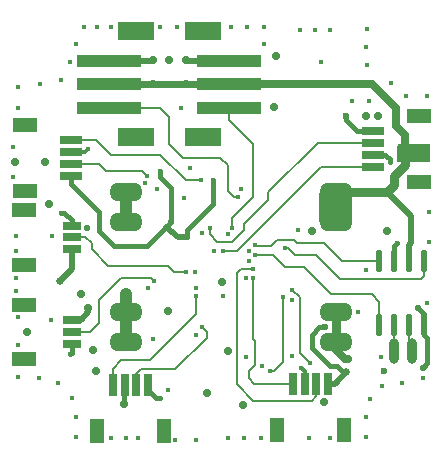
<source format=gbl>
G04 Layer: BottomLayer*
G04 EasyEDA v6.5.40, 2024-02-08 20:30:12*
G04 8a8f0ff451d84adea016c743fcc8db9f,2e16165ee3bb4678bfb3015e44e098b9,10*
G04 Gerber Generator version 0.2*
G04 Scale: 100 percent, Rotated: No, Reflected: No *
G04 Dimensions in millimeters *
G04 leading zeros omitted , absolute positions ,4 integer and 5 decimal *
%FSLAX45Y45*%
%MOMM*%

%AMMACRO1*21,1,$1,$2,0,0,$3*%
%ADD10C,0.2000*%
%ADD11C,0.4000*%
%ADD12C,0.8000*%
%ADD13C,0.7000*%
%ADD14C,0.7500*%
%ADD15C,1.0000*%
%ADD16C,0.5000*%
%ADD17C,0.3500*%
%ADD18C,0.6000*%
%ADD19C,0.3000*%
%ADD20MACRO1,1X5.5X90.0000*%
%ADD21MACRO1,1.6X3X90.0000*%
%ADD22MACRO1,1X5.5X-90.0000*%
%ADD23MACRO1,1.6X3X-90.0000*%
%ADD24MACRO1,1.2X2X90.0000*%
%ADD25MACRO1,0.6X1.6X90.0000*%
%ADD26MACRO1,0.7X1.8X90.0000*%
%ADD27MACRO1,0.7X1.8X-90.0000*%
%ADD28MACRO1,1.2X2X-90.0000*%
%ADD29MACRO1,0.7X1.8X0.0000*%
%ADD30MACRO1,1.2X2X0.0000*%
%ADD31O,0.7999984X2.1999956000000003*%
%ADD32O,0.5684012X1.950212*%
%ADD33O,2.7999944X1.5999968*%
%ADD34C,0.4500*%
%ADD35C,0.5500*%
%ADD36C,0.7000*%
%ADD37C,0.6500*%
%ADD38C,0.0133*%

%LPD*%
G36*
X3312160Y2413000D02*
G01*
X3308248Y2413762D01*
X3304997Y2415997D01*
X3302762Y2419248D01*
X3302000Y2423160D01*
X3302000Y2555240D01*
X3302762Y2559151D01*
X3304997Y2562402D01*
X3308248Y2564638D01*
X3312160Y2565400D01*
X3571240Y2565400D01*
X3575151Y2564638D01*
X3578402Y2562402D01*
X3580637Y2559151D01*
X3581400Y2555240D01*
X3581400Y2423160D01*
X3580637Y2419248D01*
X3578402Y2415997D01*
X3575151Y2413762D01*
X3571240Y2413000D01*
G37*

%LPD*%
G36*
X2722016Y1828800D02*
G01*
X2718104Y1829562D01*
X2714802Y1831797D01*
X2644597Y1902002D01*
X2642362Y1905304D01*
X2641600Y1909216D01*
X2641600Y2154783D01*
X2642362Y2158695D01*
X2644597Y2161997D01*
X2714802Y2232202D01*
X2718104Y2234438D01*
X2722016Y2235200D01*
X2853283Y2235200D01*
X2857195Y2234438D01*
X2860497Y2232202D01*
X2918002Y2174697D01*
X2920238Y2171395D01*
X2921000Y2167483D01*
X2921000Y1909216D01*
X2920238Y1905304D01*
X2918002Y1902002D01*
X2847797Y1831797D01*
X2844495Y1829562D01*
X2840583Y1828800D01*
G37*

%LPD*%
D10*
X1714500Y1854200D02*
G01*
X1714500Y1803400D01*
X1778000Y1739900D01*
X1905000Y1739900D01*
X2006600Y1841500D01*
X2006600Y1892300D01*
X2209800Y2095500D01*
X2209800Y2159000D01*
X2628138Y2577337D01*
X3094227Y2577337D01*
X1638300Y2260600D02*
G01*
X1511300Y2260600D01*
X1295400Y2476500D01*
X876300Y2476500D01*
X751588Y2601211D01*
X537969Y2601211D01*
X1511300Y1485900D02*
G01*
X1409700Y1485900D01*
X1358900Y1536700D01*
X850900Y1536700D01*
X712470Y1675129D01*
X712470Y1725929D01*
X660400Y1778000D01*
X542797Y1778000D01*
D11*
X457200Y1981200D02*
G01*
X482600Y1981200D01*
X542797Y1921002D01*
X542797Y1878076D01*
X3276600Y1578610D02*
G01*
X3276600Y1701800D01*
X3302000Y1727200D01*
D12*
X2781300Y2159000D02*
G01*
X3213100Y2159000D01*
X3276600Y2222500D01*
X3276600Y2298700D01*
X3365500Y2387600D01*
X3365500Y2489200D01*
D13*
X2781300Y889000D02*
G01*
X2781300Y825500D01*
X2857500Y749300D01*
X2882900Y749300D01*
D14*
X2781300Y1143000D02*
G01*
X2781300Y889000D01*
D15*
X1003300Y1295400D02*
G01*
X1003300Y1143000D01*
X1003300Y1143000D02*
G01*
X1003300Y889000D01*
X1003300Y2159000D02*
G01*
X1003300Y1905000D01*
D11*
X537969Y2300988D02*
G01*
X537969Y2230630D01*
X774700Y1993900D01*
X774700Y1828800D01*
X901700Y1701800D01*
X1181100Y1701800D01*
X1384300Y1905000D01*
D16*
X1524000Y1778000D02*
G01*
X1447800Y1778000D01*
X1345184Y1865884D01*
D11*
X2870200Y635000D02*
G01*
X2844800Y635000D01*
X2794000Y685800D01*
X2730500Y685800D01*
X2578100Y838200D01*
X2578100Y952500D01*
X2641600Y1016000D01*
X2692400Y1016000D01*
D16*
X444500Y1409700D02*
G01*
X542899Y1508099D01*
X542899Y1678000D01*
D17*
X685800Y2527300D02*
G01*
X659587Y2501087D01*
X537895Y2501087D01*
D10*
X1955800Y2120900D02*
G01*
X1917700Y2120900D01*
X1866900Y2171700D01*
X1866900Y2387600D01*
X1803400Y2451100D01*
X1485900Y2451100D01*
X1371600Y2565400D01*
X1371600Y2794000D01*
X1292100Y2873499D01*
X863600Y2873499D01*
D11*
X1384300Y1905000D02*
G01*
X1384300Y2070100D01*
X1384300Y2197100D01*
X1295400Y2286000D01*
X1295400Y2336800D01*
D10*
X1244600Y1409700D02*
G01*
X1219200Y1435100D01*
X965200Y1435100D01*
X774700Y1244600D01*
X774700Y1054100D01*
X698500Y977900D01*
X542797Y977900D01*
D11*
X533400Y787400D02*
G01*
X542899Y796899D01*
X542899Y877900D01*
D10*
X2082800Y1435100D02*
G01*
X2082800Y914400D01*
X2095500Y901700D01*
X2095500Y698500D01*
X2044700Y647700D01*
X2044700Y584200D01*
X2090927Y537971D01*
X2415540Y537971D01*
X2095500Y1625600D02*
G01*
X2247900Y1625600D01*
X2349500Y1524000D01*
X2514600Y1524000D01*
X2743200Y1295400D01*
X3086100Y1295400D01*
X3149600Y1231900D01*
X3149600Y1037589D01*
X2349500Y1689100D02*
G01*
X2374900Y1689100D01*
X2438400Y1625600D01*
X2616200Y1625600D01*
X2819400Y1422400D01*
X3505200Y1422400D01*
X3530600Y1447800D01*
X3530600Y1578610D01*
D16*
X2715513Y537971D02*
G01*
X2774695Y537971D01*
X2870200Y635000D01*
D10*
X2413000Y1333500D02*
G01*
X2476500Y1270000D01*
X2476500Y800100D01*
X2565400Y711200D01*
D11*
X3479800Y1181100D02*
G01*
X3530600Y1130300D01*
X3530600Y1037589D01*
X3530600Y1037589D02*
G01*
X3530600Y952500D01*
X3556000Y927100D01*
X3556000Y711454D01*
X3517900Y673100D01*
D18*
X1879600Y3073400D02*
G01*
X863600Y3073400D01*
D13*
X3365500Y2489200D02*
G01*
X3365500Y2641600D01*
X3289300Y2717800D01*
X3289300Y2870200D01*
X3086100Y3073400D01*
X1879600Y3073400D01*
D19*
X2489200Y673100D02*
G01*
X2515417Y646882D01*
X2515417Y537895D01*
D16*
X3213100Y2159000D02*
G01*
X3416300Y1955800D01*
X3416300Y1727200D01*
X3416300Y1727200D02*
G01*
X3403600Y1714500D01*
X3403600Y1578610D01*
D10*
X3276600Y1037589D02*
G01*
X3276600Y812800D01*
X3403600Y1037589D02*
G01*
X3403600Y812800D01*
X3426719Y812800D01*
D11*
X991362Y525271D02*
G01*
X990600Y368300D01*
X1295400Y419100D02*
G01*
X1257300Y419100D01*
X1191412Y484987D01*
X1191412Y525195D01*
D10*
X1181100Y2298700D02*
G01*
X1143000Y2336800D01*
X838200Y2336800D01*
X773937Y2401062D01*
X537971Y2401062D01*
D16*
X1511300Y3276600D02*
G01*
X1514500Y3273399D01*
X1879600Y3273399D01*
X1231900Y3276600D02*
G01*
X1228699Y3273399D01*
X863600Y3273399D01*
D10*
X2082800Y1511300D02*
G01*
X1981200Y1511300D01*
X1943100Y1473200D01*
X1943100Y533400D01*
X2082800Y393700D01*
X2578100Y393700D01*
X2615438Y431037D01*
X2615438Y537971D01*
X1651000Y1016000D02*
G01*
X1689100Y977900D01*
X1689100Y927100D01*
X1422400Y660400D01*
X1130300Y660400D01*
X1091437Y621537D01*
X1091437Y525271D01*
X891286Y525271D02*
G01*
X891286Y662686D01*
X965200Y736600D01*
X1206500Y736600D01*
X1600200Y1130300D01*
X1600200Y1282700D01*
X2336800Y1270000D02*
G01*
X2336800Y723900D01*
X2260600Y647700D01*
X2222500Y647700D01*
X1828800Y1663700D02*
G01*
X1943094Y1663700D01*
X2656580Y2377188D01*
X3094222Y2377188D01*
X1905000Y1854200D02*
G01*
X1905000Y1943100D01*
X2082800Y2120900D01*
X2082800Y2565400D01*
X1879600Y2768600D01*
X1879600Y2873502D01*
D11*
X1524000Y1778000D02*
G01*
X1524000Y1841500D01*
X1739900Y2057400D01*
X1739900Y2260600D01*
X3238500Y2413000D02*
G01*
X3238500Y2438400D01*
X3199638Y2477262D01*
X3094227Y2477262D01*
X2870200Y2806700D02*
G01*
X2870200Y2768605D01*
X2961492Y2677312D01*
X3094309Y2677312D01*
D10*
X2095500Y1714500D02*
G01*
X2108200Y1701800D01*
X2231136Y1701800D01*
X2281936Y1752600D01*
X2425700Y1752600D01*
X2451100Y1727200D01*
X2679700Y1727200D01*
X2828290Y1578610D01*
X3149600Y1578610D01*
D16*
X685800Y1181100D02*
G01*
X685800Y1143000D01*
X620776Y1077976D01*
X542797Y1077976D01*
D20*
G01*
X1879599Y3073400D03*
G01*
X1879599Y3273399D03*
G01*
X1879599Y2873400D03*
D21*
G01*
X1654599Y3523399D03*
G01*
X1654597Y2623400D03*
D22*
G01*
X863600Y3073400D03*
G01*
X863600Y2873400D03*
G01*
X863600Y3273399D03*
D23*
G01*
X1088600Y2623400D03*
G01*
X1088602Y3523399D03*
D24*
G01*
X142897Y1547997D03*
G01*
X142902Y2007999D03*
D25*
G01*
X542899Y1877999D03*
G01*
X542899Y1778000D03*
G01*
X542899Y1678000D03*
D26*
G01*
X537895Y2301097D03*
G01*
X537895Y2401097D03*
G01*
X537895Y2501097D03*
D24*
G01*
X147899Y2731107D03*
G01*
X147899Y2171095D03*
D26*
G01*
X537898Y2601097D03*
D27*
G01*
X3094304Y2677302D03*
G01*
X3094304Y2577302D03*
G01*
X3094304Y2477302D03*
D28*
G01*
X3484300Y2247292D03*
G01*
X3484300Y2807304D03*
D27*
G01*
X3094301Y2377302D03*
D29*
G01*
X1191402Y525195D03*
G01*
X1091402Y525195D03*
G01*
X991402Y525195D03*
D30*
G01*
X761392Y135199D03*
G01*
X1321404Y135199D03*
D29*
G01*
X891402Y525198D03*
G01*
X2715402Y537895D03*
G01*
X2615402Y537895D03*
G01*
X2515402Y537895D03*
D30*
G01*
X2285392Y147899D03*
G01*
X2845404Y147899D03*
D29*
G01*
X2415402Y537898D03*
D31*
G01*
X3276600Y812800D03*
G01*
X3426612Y812800D03*
D32*
G01*
X3149600Y1578610D03*
G01*
X3276600Y1578610D03*
G01*
X3403600Y1578610D03*
G01*
X3530600Y1578610D03*
G01*
X3149600Y1037589D03*
G01*
X3276600Y1037589D03*
G01*
X3403600Y1037589D03*
G01*
X3530600Y1037589D03*
D24*
G01*
X142897Y747897D03*
G01*
X142902Y1207899D03*
D25*
G01*
X542899Y1077899D03*
G01*
X542899Y977900D03*
G01*
X542899Y877900D03*
D33*
G01*
X2781300Y889000D03*
G01*
X2781300Y1143000D03*
G01*
X2781300Y1905000D03*
G01*
X2781300Y2159000D03*
G01*
X1003300Y2159000D03*
G01*
X1003300Y1905000D03*
G01*
X1003300Y1143000D03*
G01*
X1003300Y889000D03*
D34*
G01*
X1498600Y2108200D03*
D35*
G01*
X673100Y1854200D03*
D36*
G01*
X723900Y825500D03*
G01*
X685800Y1181100D03*
D35*
G01*
X1384300Y1905000D03*
D34*
G01*
X1828800Y1282700D03*
G01*
X2413000Y774700D03*
G01*
X2463800Y1841500D03*
D36*
G01*
X3035300Y2806700D03*
G01*
X3136900Y2806700D03*
D34*
G01*
X1714500Y1854200D03*
G01*
X1955800Y2120900D03*
G01*
X1905000Y1854200D03*
G01*
X1651000Y1816100D03*
G01*
X1866900Y1803400D03*
D36*
G01*
X3213100Y1828800D03*
D34*
G01*
X2971800Y1143000D03*
D36*
G01*
X3492500Y2489200D03*
G01*
X3365500Y2489200D03*
D34*
G01*
X3302000Y1727200D03*
G01*
X3416300Y1727200D03*
G01*
X2095500Y1625600D03*
G01*
X2095500Y1714500D03*
G01*
X2349500Y1689100D03*
G01*
X2044700Y1663700D03*
D35*
G01*
X3517900Y673100D03*
D34*
G01*
X2019300Y762000D03*
G01*
X2082800Y1511300D03*
G01*
X2082800Y1435100D03*
G01*
X2413000Y1333500D03*
G01*
X2336800Y1270000D03*
G01*
X2565400Y711200D03*
G01*
X2222500Y647700D03*
D36*
G01*
X990600Y368300D03*
D34*
G01*
X1295400Y419100D03*
G01*
X1600200Y1282700D03*
G01*
X1651000Y1016000D03*
G01*
X533400Y787400D03*
G01*
X368300Y1079500D03*
G01*
X1244600Y1409700D03*
G01*
X1511300Y1485900D03*
G01*
X1181100Y2298700D03*
G01*
X1638300Y2260600D03*
G01*
X685800Y2527300D03*
G01*
X1828800Y1663700D03*
G01*
X2654300Y3263900D03*
D36*
G01*
X1993900Y355600D03*
G01*
X2679700Y381000D03*
D37*
G01*
X2870200Y635000D03*
D34*
G01*
X2489200Y673100D03*
D36*
G01*
X1231900Y3276600D03*
G01*
X1511300Y3276600D03*
G01*
X2882900Y749300D03*
D18*
G01*
X2692400Y1016000D03*
G01*
X2870200Y2806700D03*
D34*
G01*
X3238500Y2413000D03*
G01*
X457200Y1981200D03*
D37*
G01*
X1003300Y1295400D03*
D34*
G01*
X3568700Y1739900D03*
G01*
X3568700Y1993900D03*
G01*
X3556000Y2971800D03*
G01*
X3378200Y2971800D03*
G01*
X3251200Y3086100D03*
G01*
X3048000Y3238500D03*
G01*
X3048000Y3543300D03*
G01*
X2730500Y3530600D03*
G01*
X2171700Y3556000D03*
G01*
X1892300Y3556000D03*
G01*
X1295400Y3556000D03*
G01*
X876300Y3556000D03*
G01*
X647700Y3556000D03*
G01*
X584200Y3416300D03*
G01*
X279400Y3073400D03*
G01*
X88900Y3048000D03*
G01*
X88900Y2870200D03*
G01*
X76200Y1790700D03*
G01*
X76200Y1435100D03*
G01*
X88900Y1104900D03*
G01*
X88900Y596900D03*
G01*
X266700Y584200D03*
G01*
X431800Y546100D03*
G01*
X584200Y88900D03*
G01*
X876300Y76200D03*
G01*
X1422400Y63500D03*
G01*
X1866900Y76200D03*
G01*
X2552700Y76200D03*
G01*
X2730500Y76200D03*
G01*
X2146300Y76200D03*
G01*
X3035300Y88900D03*
G01*
X3073400Y406400D03*
G01*
X3175000Y520700D03*
G01*
X3340100Y546100D03*
G01*
X3517900Y584200D03*
G01*
X3556000Y1219200D03*
G01*
X1600200Y1346200D03*
G01*
X2019300Y1435100D03*
G01*
X2044700Y1574800D03*
G01*
X1587500Y1485900D03*
G01*
X1981200Y2184400D03*
G01*
X1549400Y2362200D03*
G01*
X1168400Y2235200D03*
G01*
X1752600Y1663700D03*
G01*
X2413000Y1244600D03*
G01*
X2159000Y685800D03*
G01*
X1600200Y952500D03*
G01*
X88900Y863600D03*
G01*
X1104900Y76200D03*
G01*
X76200Y1663700D03*
G01*
X76200Y1320800D03*
G01*
X1193800Y1346200D03*
G01*
X1231900Y914400D03*
G01*
X1358900Y482600D03*
G01*
X1600200Y63500D03*
G01*
X2921000Y2933700D03*
G01*
X3060700Y2933700D03*
G01*
X2171700Y3416300D03*
G01*
X1473200Y2870200D03*
D18*
G01*
X3187700Y647700D03*
D35*
G01*
X3479800Y1181100D03*
G01*
X1524000Y1778000D03*
D34*
G01*
X1270000Y2184400D03*
D36*
G01*
X1229842Y3073400D03*
G01*
X1512874Y3073400D03*
D34*
G01*
X1295400Y2336800D03*
G01*
X1739900Y2260600D03*
D37*
G01*
X444500Y1409700D03*
D34*
G01*
X2476500Y3530600D03*
G01*
X2603500Y3530600D03*
G01*
X2006600Y76200D03*
D36*
G01*
X749300Y647700D03*
G01*
X1358900Y1155700D03*
G01*
X1816100Y1397000D03*
G01*
X1866900Y812800D03*
G01*
X165100Y977900D03*
G01*
X355600Y2057400D03*
D34*
G01*
X457200Y3111500D03*
D36*
G01*
X2260600Y2882900D03*
G01*
X2578100Y1828800D03*
G01*
X622300Y1295400D03*
D34*
G01*
X3035300Y254000D03*
G01*
X3035300Y3390900D03*
G01*
X2032000Y3556000D03*
G01*
X1435100Y3556000D03*
G01*
X762000Y3556000D03*
G01*
X533400Y3263900D03*
D36*
G01*
X1689100Y457200D03*
D34*
G01*
X546100Y419100D03*
G01*
X584200Y254000D03*
G01*
X1003300Y76200D03*
G01*
X3162300Y762000D03*
G01*
X3035300Y1498600D03*
D36*
G01*
X2273300Y3314700D03*
G01*
X317500Y2413000D03*
G01*
X63500Y2413000D03*
D34*
G01*
X50800Y2286000D03*
G01*
X50800Y2540000D03*
G01*
X381000Y1790700D03*
D36*
G01*
X1371600Y3276600D03*
M02*

</source>
